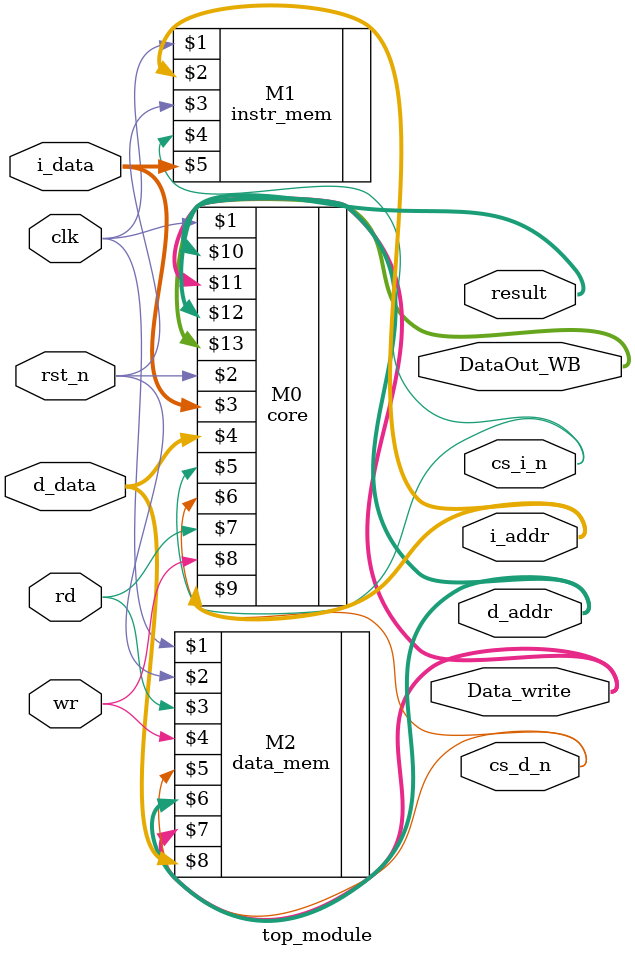
<source format=v>
`timescale 1ns / 1ps
`default_nettype none

module top_module(
input wire clk,
input wire rst_n,
input wire [31:0] i_data,
input wire [31:0] d_data,
input wire rd,
input wire wr,
output wire cs_i_n,
output wire cs_d_n,
output wire [31:0] i_addr,
output wire [31:0] result,
output wire [31:0] DataOut_WB,
output wire [31:0] d_addr,
output wire [31:0] Data_write
);

//wire [31:0] i_data;
//wire [31:0] d_data;
//wire cs_i_n;
//wire cs_d_n;
//wire rd;
//wire wr;
//wire [31:0] i_addr,
//wire [31:0] d_addr;
//wire [31:0] Data_write;

core M0(
clk,
rst_n,
i_data,
d_data,
cs_i_n,
cs_d_n,
rd,
wr,
i_addr,
d_addr,
Data_write,
result,
DataOut_WB
);

instr_mem M1(
clk,
i_addr,
rst_n,
cs_i_n,
i_data
);

data_mem M2(
clk,
rst_n,
rd,
wr,
cs_d_n,
d_addr,
Data_write,
d_data
);

endmodule
</source>
